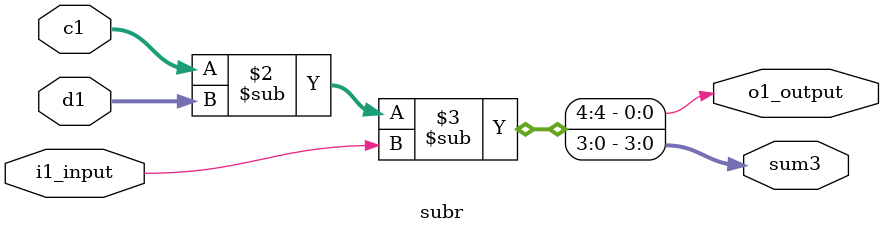
<source format=v>
module subr(input [2:0]c1,
            input [2:0]d1,
            input i1_input,
            output reg o1_output,
            output reg [3:0]sum3);
  always@(c1 or d1 or i1_input) begin
    {o1_output, sum3}=c1-(d1)-(i1_input);
  end
endmodule

</source>
